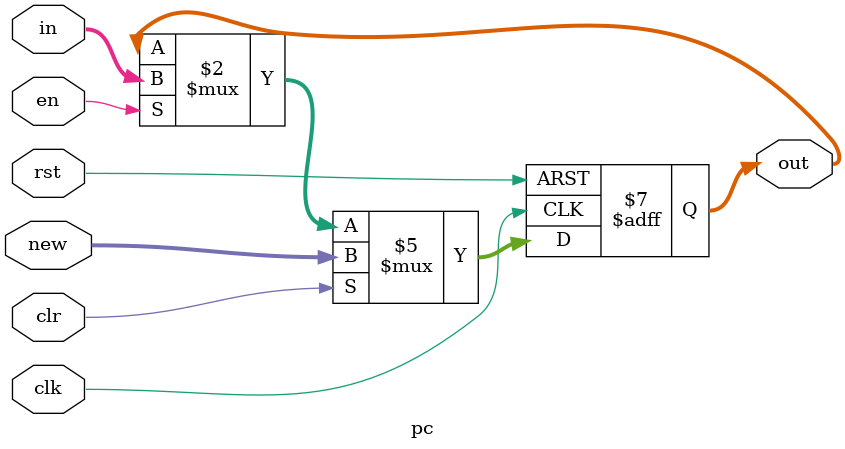
<source format=v>
module pc #(parameter WIDTH = 8) (
	input clk, rst, en,clr,
	input [WIDTH - 1 : 0] in,
	input [WIDTH - 1 : 0] new,
	output reg [WIDTH - 1 : 0] out
);

	always @(posedge clk, posedge rst)
	    begin
			if(rst) 
				out <= 32'hbfc00000;
			else if(clr)
                out <= new; 
			else if(en) 
				out <= in;
	    end
		 
endmodule

</source>
